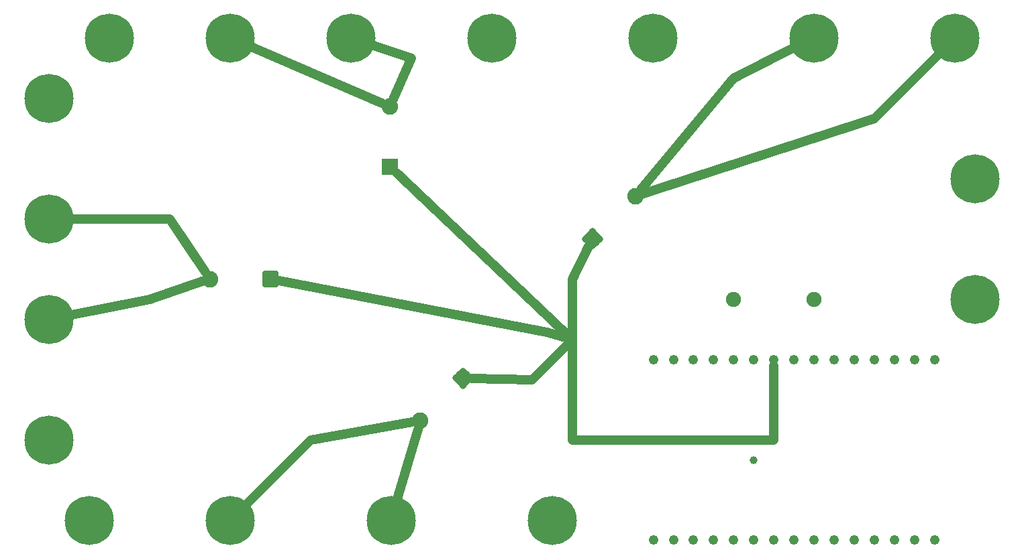
<source format=gbl>
G04 MADE WITH FRITZING*
G04 WWW.FRITZING.ORG*
G04 DOUBLE SIDED*
G04 HOLES PLATED*
G04 CONTOUR ON CENTER OF CONTOUR VECTOR*
%ASAXBY*%
%FSLAX23Y23*%
%MOIN*%
%OFA0B0*%
%SFA1.0B1.0*%
%ADD10C,0.047859*%
%ADD11C,0.039370*%
%ADD12C,0.082000*%
%ADD13C,0.075000*%
%ADD14C,0.244000*%
%ADD15R,0.082000X0.082000*%
%ADD16C,0.048000*%
%ADD17C,0.020000*%
%LNCOPPER0*%
G90*
G70*
G54D10*
X3690Y1171D03*
X3491Y274D03*
X3591Y274D03*
X3690Y274D03*
X3790Y274D03*
X3890Y274D03*
X3591Y1171D03*
X3491Y1171D03*
X3790Y1171D03*
X3990Y274D03*
X4090Y274D03*
X4190Y274D03*
X4289Y274D03*
X4389Y274D03*
X4489Y274D03*
X4589Y274D03*
X4689Y274D03*
X4789Y274D03*
X4889Y274D03*
X4190Y1171D03*
X4289Y1171D03*
X4389Y1171D03*
X4489Y1171D03*
X4589Y1171D03*
X4689Y1171D03*
X4789Y1171D03*
X4889Y1171D03*
X3890Y1171D03*
X3990Y1171D03*
X4090Y1171D03*
G54D11*
X3989Y668D03*
G54D12*
X2545Y1078D03*
X2333Y865D03*
G54D13*
X4289Y1471D03*
X3889Y1471D03*
G54D14*
X2989Y371D03*
X2189Y371D03*
X5089Y1471D03*
X489Y2471D03*
X789Y2771D03*
X489Y1371D03*
X1989Y2771D03*
X2689Y2771D03*
X4289Y2771D03*
X5089Y2071D03*
X489Y1871D03*
X1389Y2771D03*
X3489Y2771D03*
X4989Y2771D03*
X1389Y371D03*
X489Y771D03*
X689Y371D03*
G54D12*
X3189Y1771D03*
X3401Y1984D03*
X1589Y1571D03*
X1289Y1571D03*
X2183Y2128D03*
X2183Y2428D03*
G54D15*
X2183Y2128D03*
G54D16*
X4589Y2371D02*
X4921Y2703D01*
D02*
X3443Y1997D02*
X4589Y2371D01*
D02*
X989Y1471D02*
X585Y1391D01*
D02*
X1089Y1871D02*
X587Y1871D01*
D02*
X1248Y1558D02*
X989Y1471D01*
D02*
X1265Y1607D02*
X1089Y1871D01*
D02*
X2889Y1071D02*
X2589Y1077D01*
D02*
X2962Y1305D02*
X1632Y1563D01*
D02*
X3089Y1271D02*
X2962Y1305D01*
D02*
X3089Y1271D02*
X2889Y1071D01*
D02*
X3089Y771D02*
X3089Y1271D01*
D02*
X4089Y771D02*
X3089Y771D01*
D02*
X3089Y1271D02*
X2215Y2098D01*
D02*
X3089Y1571D02*
X3170Y1733D01*
D02*
X3089Y1271D02*
X3089Y1571D01*
D02*
X4090Y1138D02*
X4089Y771D01*
D02*
X2289Y2671D02*
X2082Y2741D01*
D02*
X2200Y2467D02*
X2289Y2671D01*
D02*
X2144Y2445D02*
X1479Y2733D01*
D02*
X3889Y2571D02*
X3429Y2017D01*
D02*
X4202Y2728D02*
X3889Y2571D01*
D02*
X1789Y771D02*
X2291Y858D01*
D02*
X1458Y440D02*
X1789Y771D01*
D02*
X2217Y465D02*
X2321Y824D01*
G54D17*
X2545Y1034D02*
X2502Y1078D01*
X2545Y1121D01*
X2589Y1078D01*
X2545Y1034D01*
D02*
X3189Y1815D02*
X3233Y1771D01*
X3189Y1728D01*
X3145Y1771D01*
X3189Y1815D01*
D02*
X1558Y1540D02*
X1558Y1602D01*
X1620Y1602D01*
X1620Y1540D01*
X1558Y1540D01*
D02*
G04 End of Copper0*
M02*
</source>
